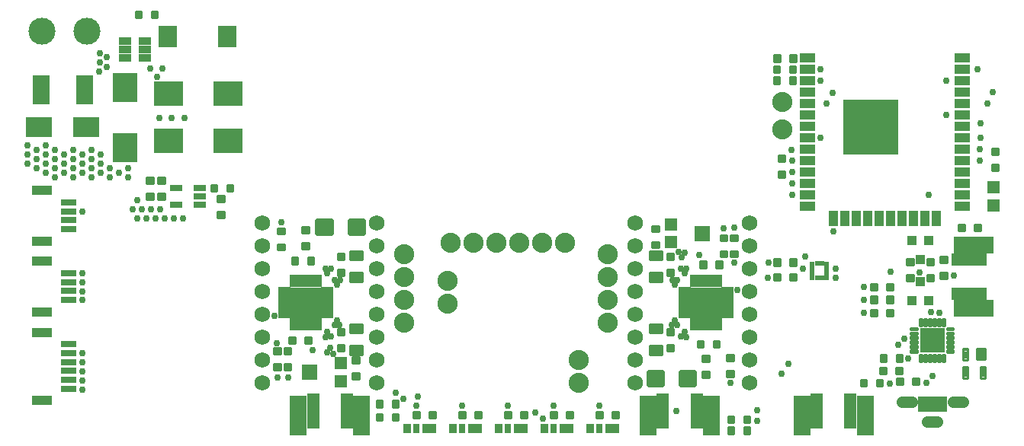
<source format=gbr>
G04 EAGLE Gerber RS-274X export*
G75*
%MOMM*%
%FSLAX34Y34*%
%LPD*%
%INSoldermask Top*%
%IPPOS*%
%AMOC8*
5,1,8,0,0,1.08239X$1,22.5*%
G01*
G04 Define Apertures*
%ADD10C,2.235200*%
%ADD11R,2.753200X3.203200*%
%ADD12R,3.203200X2.753200*%
%ADD13R,1.403200X0.903200*%
%ADD14R,2.003200X2.403200*%
%ADD15C,0.343072*%
%ADD16R,2.703200X2.703200*%
%ADD17R,1.703200X1.103200*%
%ADD18R,1.103200X1.703200*%
%ADD19R,6.203200X6.203200*%
%ADD20R,1.403200X0.753200*%
%ADD21R,1.933200X3.253200*%
%ADD22R,2.903200X2.203200*%
%ADD23C,3.003200*%
%ADD24C,0.343216*%
%ADD25R,0.503200X1.353200*%
%ADD26R,1.353200X0.503200*%
%ADD27R,3.353200X3.353200*%
%ADD28R,1.703200X1.803200*%
%ADD29R,1.403200X1.403200*%
%ADD30C,0.409087*%
%ADD31C,0.551925*%
%ADD32C,1.727200*%
%ADD33R,0.613200X0.483200*%
%ADD34R,0.483200X0.613200*%
%ADD35R,1.003200X1.103200*%
%ADD36R,0.603200X1.103200*%
%ADD37R,0.803200X1.103200*%
%ADD38R,0.953200X1.103200*%
%ADD39R,1.408200X3.963200*%
%ADD40R,1.913200X4.393200*%
%ADD41R,1.753200X0.803200*%
%ADD42R,2.303200X1.003200*%
%ADD43C,0.346025*%
%ADD44C,0.293481*%
%ADD45R,3.963200X1.408200*%
%ADD46R,4.393200X1.913200*%
%ADD47R,0.653200X1.703200*%
%ADD48C,1.303200*%
%ADD49C,0.756400*%
D10*
X78740Y-91240D03*
X78740Y-66240D03*
X-67310Y21390D03*
X-67310Y-3610D03*
D11*
X-425450Y236550D03*
X-425450Y169850D03*
D12*
X-310820Y229870D03*
X-377520Y229870D03*
X-310820Y177800D03*
X-377520Y177800D03*
D10*
X110331Y-24384D03*
X110331Y1016D03*
X110331Y26416D03*
X110331Y51816D03*
X-115411Y51816D03*
X-115411Y26416D03*
X-115411Y1016D03*
X-115411Y-24384D03*
D13*
X-425020Y288900D03*
X-425020Y279400D03*
X-425020Y269900D03*
X-403020Y269900D03*
X-403020Y279400D03*
X-403020Y288900D03*
D14*
X-377730Y293930D03*
X-311730Y293930D03*
D15*
X447869Y-31249D02*
X454471Y-31249D01*
X454471Y-32651D01*
X447869Y-32651D01*
X447869Y-31249D01*
X447869Y-36249D02*
X454471Y-36249D01*
X454471Y-37651D01*
X447869Y-37651D01*
X447869Y-36249D01*
X447869Y-41249D02*
X454471Y-41249D01*
X454471Y-42651D01*
X447869Y-42651D01*
X447869Y-41249D01*
X447869Y-46249D02*
X454471Y-46249D01*
X454471Y-47651D01*
X447869Y-47651D01*
X447869Y-46249D01*
X447869Y-51249D02*
X454471Y-51249D01*
X454471Y-52651D01*
X447869Y-52651D01*
X447869Y-51249D01*
X447869Y-56249D02*
X454471Y-56249D01*
X454471Y-57651D01*
X447869Y-57651D01*
X447869Y-56249D01*
X459371Y-61149D02*
X459371Y-67751D01*
X457969Y-67751D01*
X457969Y-61149D01*
X459371Y-61149D01*
X459371Y-64492D02*
X457969Y-64492D01*
X457969Y-61233D02*
X459371Y-61233D01*
X464371Y-61149D02*
X464371Y-67751D01*
X462969Y-67751D01*
X462969Y-61149D01*
X464371Y-61149D01*
X464371Y-64492D02*
X462969Y-64492D01*
X462969Y-61233D02*
X464371Y-61233D01*
X469371Y-61149D02*
X469371Y-67751D01*
X467969Y-67751D01*
X467969Y-61149D01*
X469371Y-61149D01*
X469371Y-64492D02*
X467969Y-64492D01*
X467969Y-61233D02*
X469371Y-61233D01*
X474371Y-61149D02*
X474371Y-67751D01*
X472969Y-67751D01*
X472969Y-61149D01*
X474371Y-61149D01*
X474371Y-64492D02*
X472969Y-64492D01*
X472969Y-61233D02*
X474371Y-61233D01*
X479371Y-61149D02*
X479371Y-67751D01*
X477969Y-67751D01*
X477969Y-61149D01*
X479371Y-61149D01*
X479371Y-64492D02*
X477969Y-64492D01*
X477969Y-61233D02*
X479371Y-61233D01*
X484371Y-61149D02*
X484371Y-67751D01*
X482969Y-67751D01*
X482969Y-61149D01*
X484371Y-61149D01*
X484371Y-64492D02*
X482969Y-64492D01*
X482969Y-61233D02*
X484371Y-61233D01*
X487869Y-57651D02*
X494471Y-57651D01*
X487869Y-57651D02*
X487869Y-56249D01*
X494471Y-56249D01*
X494471Y-57651D01*
X494471Y-52651D02*
X487869Y-52651D01*
X487869Y-51249D01*
X494471Y-51249D01*
X494471Y-52651D01*
X494471Y-47651D02*
X487869Y-47651D01*
X487869Y-46249D01*
X494471Y-46249D01*
X494471Y-47651D01*
X494471Y-42651D02*
X487869Y-42651D01*
X487869Y-41249D01*
X494471Y-41249D01*
X494471Y-42651D01*
X494471Y-37651D02*
X487869Y-37651D01*
X487869Y-36249D01*
X494471Y-36249D01*
X494471Y-37651D01*
X494471Y-32651D02*
X487869Y-32651D01*
X487869Y-31249D01*
X494471Y-31249D01*
X494471Y-32651D01*
X482969Y-27751D02*
X482969Y-21149D01*
X484371Y-21149D01*
X484371Y-27751D01*
X482969Y-27751D01*
X482969Y-24492D02*
X484371Y-24492D01*
X484371Y-21233D02*
X482969Y-21233D01*
X477969Y-21149D02*
X477969Y-27751D01*
X477969Y-21149D02*
X479371Y-21149D01*
X479371Y-27751D01*
X477969Y-27751D01*
X477969Y-24492D02*
X479371Y-24492D01*
X479371Y-21233D02*
X477969Y-21233D01*
X472969Y-21149D02*
X472969Y-27751D01*
X472969Y-21149D02*
X474371Y-21149D01*
X474371Y-27751D01*
X472969Y-27751D01*
X472969Y-24492D02*
X474371Y-24492D01*
X474371Y-21233D02*
X472969Y-21233D01*
X467969Y-21149D02*
X467969Y-27751D01*
X467969Y-21149D02*
X469371Y-21149D01*
X469371Y-27751D01*
X467969Y-27751D01*
X467969Y-24492D02*
X469371Y-24492D01*
X469371Y-21233D02*
X467969Y-21233D01*
X462969Y-21149D02*
X462969Y-27751D01*
X462969Y-21149D02*
X464371Y-21149D01*
X464371Y-27751D01*
X462969Y-27751D01*
X462969Y-24492D02*
X464371Y-24492D01*
X464371Y-21233D02*
X462969Y-21233D01*
X457969Y-21149D02*
X457969Y-27751D01*
X457969Y-21149D02*
X459371Y-21149D01*
X459371Y-27751D01*
X457969Y-27751D01*
X457969Y-24492D02*
X459371Y-24492D01*
X459371Y-21233D02*
X457969Y-21233D01*
D16*
X471170Y-44450D03*
D17*
X332010Y270118D03*
X332010Y257418D03*
X332010Y244718D03*
X332010Y232018D03*
X332010Y219318D03*
X332010Y206618D03*
X332010Y193918D03*
X332010Y181218D03*
X332010Y168518D03*
X332010Y155818D03*
X332010Y143118D03*
X332010Y130418D03*
X332010Y117718D03*
X332010Y105018D03*
D18*
X361010Y91118D03*
X373710Y91118D03*
X386410Y91118D03*
X399110Y91118D03*
X411810Y91118D03*
X424510Y91118D03*
X437210Y91118D03*
X449910Y91118D03*
X462610Y91118D03*
X475310Y91118D03*
D17*
X504010Y105018D03*
X504010Y117718D03*
X504010Y130418D03*
X504010Y143118D03*
X504010Y155818D03*
X504010Y168518D03*
X504010Y181218D03*
X504010Y193918D03*
X504010Y206618D03*
X504010Y219318D03*
X504010Y232018D03*
X504010Y244718D03*
X504010Y257418D03*
X504010Y270118D03*
D19*
X403010Y193018D03*
D20*
X-342599Y106070D03*
X-342599Y115570D03*
X-342599Y125070D03*
X-368601Y125070D03*
X-368601Y106070D03*
D21*
X-470076Y234596D03*
X-518376Y234596D03*
D22*
X-468346Y193178D03*
X-521146Y193178D03*
D23*
X-467760Y299744D03*
X-517760Y299744D03*
D24*
X-413010Y314325D02*
X-413010Y320675D01*
X-407410Y320675D01*
X-407410Y314325D01*
X-413010Y314325D01*
X-413010Y317585D02*
X-407410Y317585D01*
X-395230Y320675D02*
X-395230Y314325D01*
X-395230Y320675D02*
X-389630Y320675D01*
X-389630Y314325D01*
X-395230Y314325D01*
X-395230Y317585D02*
X-389630Y317585D01*
X437540Y-61341D02*
X437540Y-67691D01*
X431940Y-67691D01*
X431940Y-61341D01*
X437540Y-61341D01*
X437540Y-64431D02*
X431940Y-64431D01*
X419760Y-61341D02*
X419760Y-67691D01*
X414160Y-67691D01*
X414160Y-61341D01*
X419760Y-61341D01*
X419760Y-64431D02*
X414160Y-64431D01*
X-315595Y92450D02*
X-321945Y92450D01*
X-321945Y98050D01*
X-315595Y98050D01*
X-315595Y92450D01*
X-315595Y95710D02*
X-321945Y95710D01*
X-321945Y110230D02*
X-315595Y110230D01*
X-321945Y110230D02*
X-321945Y115830D01*
X-315595Y115830D01*
X-315595Y110230D01*
X-315595Y113490D02*
X-321945Y113490D01*
X-381635Y112770D02*
X-387985Y112770D01*
X-387985Y118370D01*
X-381635Y118370D01*
X-381635Y112770D01*
X-381635Y116030D02*
X-387985Y116030D01*
X-387985Y130550D02*
X-381635Y130550D01*
X-387985Y130550D02*
X-387985Y136150D01*
X-381635Y136150D01*
X-381635Y130550D01*
X-381635Y133810D02*
X-387985Y133810D01*
X-394335Y112770D02*
X-400685Y112770D01*
X-400685Y118370D01*
X-394335Y118370D01*
X-394335Y112770D01*
X-394335Y116030D02*
X-400685Y116030D01*
X-400685Y130550D02*
X-394335Y130550D01*
X-400685Y130550D02*
X-400685Y136150D01*
X-394335Y136150D01*
X-394335Y130550D01*
X-394335Y133810D02*
X-400685Y133810D01*
X-329190Y127635D02*
X-329190Y121285D01*
X-329190Y127635D02*
X-323590Y127635D01*
X-323590Y121285D01*
X-329190Y121285D01*
X-329190Y124545D02*
X-323590Y124545D01*
X-311410Y127635D02*
X-311410Y121285D01*
X-311410Y127635D02*
X-305810Y127635D01*
X-305810Y121285D01*
X-311410Y121285D01*
X-311410Y124545D02*
X-305810Y124545D01*
X-227965Y57286D02*
X-221615Y57286D01*
X-227965Y57286D02*
X-227965Y62886D01*
X-221615Y62886D01*
X-221615Y57286D01*
X-221615Y60546D02*
X-227965Y60546D01*
X-227965Y75066D02*
X-221615Y75066D01*
X-227965Y75066D02*
X-227965Y80666D01*
X-221615Y80666D01*
X-221615Y75066D01*
X-221615Y78326D02*
X-227965Y78326D01*
X-239528Y46863D02*
X-239528Y40513D01*
X-239528Y46863D02*
X-233928Y46863D01*
X-233928Y40513D01*
X-239528Y40513D01*
X-239528Y43773D02*
X-233928Y43773D01*
X-221748Y46863D02*
X-221748Y40513D01*
X-221748Y46863D02*
X-216148Y46863D01*
X-216148Y40513D01*
X-221748Y40513D01*
X-221748Y43773D02*
X-216148Y43773D01*
X-248604Y56382D02*
X-254954Y56382D01*
X-254954Y61982D01*
X-248604Y61982D01*
X-248604Y56382D01*
X-248604Y59642D02*
X-254954Y59642D01*
X-254954Y74162D02*
X-248604Y74162D01*
X-254954Y74162D02*
X-254954Y79762D01*
X-248604Y79762D01*
X-248604Y74162D01*
X-248604Y77422D02*
X-254954Y77422D01*
X-242322Y-41529D02*
X-242322Y-47879D01*
X-242322Y-41529D02*
X-236722Y-41529D01*
X-236722Y-47879D01*
X-242322Y-47879D01*
X-242322Y-44619D02*
X-236722Y-44619D01*
X-224542Y-41529D02*
X-224542Y-47879D01*
X-224542Y-41529D02*
X-218942Y-41529D01*
X-218942Y-47879D01*
X-224542Y-47879D01*
X-224542Y-44619D02*
X-218942Y-44619D01*
D25*
X-209790Y21460D03*
X-214790Y21460D03*
X-219790Y21460D03*
X-224790Y21460D03*
X-229790Y21460D03*
X-234790Y21460D03*
X-239790Y21460D03*
D26*
X-248790Y12460D03*
X-248790Y7460D03*
X-248790Y2460D03*
X-248790Y-2540D03*
X-248790Y-7540D03*
X-248790Y-12540D03*
X-248790Y-17540D03*
D25*
X-239790Y-26540D03*
X-234790Y-26540D03*
X-229790Y-26540D03*
X-224790Y-26540D03*
X-219790Y-26540D03*
X-214790Y-26540D03*
X-209790Y-26540D03*
D26*
X-200790Y-17540D03*
X-200790Y-12540D03*
X-200790Y-7540D03*
X-200790Y-2540D03*
X-200790Y2460D03*
X-200790Y7460D03*
X-200790Y12460D03*
D27*
X-224790Y-2540D03*
D28*
X-220708Y-79756D03*
D29*
X-185708Y-69756D03*
X-185708Y-89756D03*
D24*
X-172085Y-64002D02*
X-165735Y-64002D01*
X-165735Y-69602D01*
X-172085Y-69602D01*
X-172085Y-64002D01*
X-172085Y-66342D02*
X-165735Y-66342D01*
X-165735Y-81782D02*
X-172085Y-81782D01*
X-165735Y-81782D02*
X-165735Y-87382D01*
X-172085Y-87382D01*
X-172085Y-81782D01*
X-172085Y-84122D02*
X-165735Y-84122D01*
X-253111Y-53842D02*
X-259461Y-53842D01*
X-253111Y-53842D02*
X-253111Y-59442D01*
X-259461Y-59442D01*
X-259461Y-53842D01*
X-259461Y-56182D02*
X-253111Y-56182D01*
X-253111Y-71622D02*
X-259461Y-71622D01*
X-253111Y-71622D02*
X-253111Y-77222D01*
X-259461Y-77222D01*
X-259461Y-71622D01*
X-259461Y-73962D02*
X-253111Y-73962D01*
X-247777Y-53842D02*
X-241427Y-53842D01*
X-241427Y-59442D01*
X-247777Y-59442D01*
X-247777Y-53842D01*
X-247777Y-56182D02*
X-241427Y-56182D01*
X-241427Y-71622D02*
X-247777Y-71622D01*
X-241427Y-71622D02*
X-241427Y-77222D01*
X-247777Y-77222D01*
X-247777Y-71622D01*
X-247777Y-73962D02*
X-241427Y-73962D01*
D30*
X-174881Y-35151D02*
X-162939Y-35151D01*
X-174881Y-35151D02*
X-174881Y-27209D01*
X-162939Y-27209D01*
X-162939Y-35151D01*
X-162939Y-31265D02*
X-174881Y-31265D01*
X-174881Y-27379D02*
X-162939Y-27379D01*
X-162939Y-59151D02*
X-174881Y-59151D01*
X-174881Y-51209D01*
X-162939Y-51209D01*
X-162939Y-59151D01*
X-162939Y-55265D02*
X-174881Y-55265D01*
X-174881Y-51379D02*
X-162939Y-51379D01*
X-162939Y30071D02*
X-174881Y30071D01*
X-162939Y30071D02*
X-162939Y22129D01*
X-174881Y22129D01*
X-174881Y30071D01*
X-174881Y26015D02*
X-162939Y26015D01*
X-162939Y29901D02*
X-174881Y29901D01*
X-174881Y54071D02*
X-162939Y54071D01*
X-162939Y46129D01*
X-174881Y46129D01*
X-174881Y54071D01*
X-174881Y50015D02*
X-162939Y50015D01*
X-162939Y53901D02*
X-174881Y53901D01*
D31*
X-161179Y74777D02*
X-161179Y88291D01*
X-161179Y74777D02*
X-175693Y74777D01*
X-175693Y88291D01*
X-161179Y88291D01*
X-161179Y80020D02*
X-175693Y80020D01*
X-175693Y85263D02*
X-161179Y85263D01*
X-197179Y88291D02*
X-197179Y74777D01*
X-211693Y74777D01*
X-211693Y88291D01*
X-197179Y88291D01*
X-197179Y80020D02*
X-211693Y80020D01*
X-211693Y85263D02*
X-197179Y85263D01*
D24*
X-188595Y-32760D02*
X-182245Y-32760D01*
X-182245Y-38360D01*
X-188595Y-38360D01*
X-188595Y-32760D01*
X-188595Y-35100D02*
X-182245Y-35100D01*
X-182245Y-50540D02*
X-188595Y-50540D01*
X-182245Y-50540D02*
X-182245Y-56140D01*
X-188595Y-56140D01*
X-188595Y-50540D01*
X-188595Y-52880D02*
X-182245Y-52880D01*
X-182245Y27680D02*
X-188595Y27680D01*
X-188595Y33280D01*
X-182245Y33280D01*
X-182245Y27680D01*
X-182245Y30940D02*
X-188595Y30940D01*
X-188595Y45460D02*
X-182245Y45460D01*
X-188595Y45460D02*
X-188595Y51060D01*
X-182245Y51060D01*
X-182245Y45460D01*
X-182245Y48720D02*
X-188595Y48720D01*
D32*
X-273050Y86360D03*
X-273050Y60960D03*
X-273050Y35560D03*
X-273050Y10160D03*
X-273050Y-15240D03*
X-273050Y-40640D03*
X-273050Y-66040D03*
X-273050Y-91440D03*
X-146050Y-91440D03*
X-146050Y-66040D03*
X-146050Y-40640D03*
X-146050Y-15240D03*
X-146050Y10160D03*
X-146050Y35560D03*
X-146050Y60960D03*
X-146050Y86360D03*
D24*
X216535Y-62366D02*
X222885Y-62366D01*
X222885Y-67966D01*
X216535Y-67966D01*
X216535Y-62366D01*
X216535Y-64706D02*
X222885Y-64706D01*
X222885Y-80146D02*
X216535Y-80146D01*
X222885Y-80146D02*
X222885Y-85746D01*
X216535Y-85746D01*
X216535Y-80146D01*
X216535Y-82486D02*
X222885Y-82486D01*
X234448Y-51943D02*
X234448Y-45593D01*
X234448Y-51943D02*
X228848Y-51943D01*
X228848Y-45593D01*
X234448Y-45593D01*
X234448Y-48683D02*
X228848Y-48683D01*
X216668Y-45593D02*
X216668Y-51943D01*
X211068Y-51943D01*
X211068Y-45593D01*
X216668Y-45593D01*
X216668Y-48683D02*
X211068Y-48683D01*
X243524Y-61462D02*
X249874Y-61462D01*
X249874Y-67062D01*
X243524Y-67062D01*
X243524Y-61462D01*
X243524Y-63802D02*
X249874Y-63802D01*
X249874Y-79242D02*
X243524Y-79242D01*
X249874Y-79242D02*
X249874Y-84842D01*
X243524Y-84842D01*
X243524Y-79242D01*
X243524Y-81582D02*
X249874Y-81582D01*
X237242Y36449D02*
X237242Y42799D01*
X237242Y36449D02*
X231642Y36449D01*
X231642Y42799D01*
X237242Y42799D01*
X237242Y39709D02*
X231642Y39709D01*
X219462Y42799D02*
X219462Y36449D01*
X213862Y36449D01*
X213862Y42799D01*
X219462Y42799D01*
X219462Y39709D02*
X213862Y39709D01*
D25*
X204710Y-26540D03*
X209710Y-26540D03*
X214710Y-26540D03*
X219710Y-26540D03*
X224710Y-26540D03*
X229710Y-26540D03*
X234710Y-26540D03*
D26*
X243710Y-17540D03*
X243710Y-12540D03*
X243710Y-7540D03*
X243710Y-2540D03*
X243710Y2460D03*
X243710Y7460D03*
X243710Y12460D03*
D25*
X234710Y21460D03*
X229710Y21460D03*
X224710Y21460D03*
X219710Y21460D03*
X214710Y21460D03*
X209710Y21460D03*
X204710Y21460D03*
D26*
X195710Y12460D03*
X195710Y7460D03*
X195710Y2460D03*
X195710Y-2540D03*
X195710Y-7540D03*
X195710Y-12540D03*
X195710Y-17540D03*
D27*
X219710Y-2540D03*
D28*
X215628Y74676D03*
D29*
X180628Y64676D03*
X180628Y84676D03*
D24*
X167005Y58922D02*
X160655Y58922D01*
X160655Y64522D01*
X167005Y64522D01*
X167005Y58922D01*
X167005Y62182D02*
X160655Y62182D01*
X160655Y76702D02*
X167005Y76702D01*
X160655Y76702D02*
X160655Y82302D01*
X167005Y82302D01*
X167005Y76702D01*
X167005Y79962D02*
X160655Y79962D01*
X248031Y48762D02*
X254381Y48762D01*
X248031Y48762D02*
X248031Y54362D01*
X254381Y54362D01*
X254381Y48762D01*
X254381Y52022D02*
X248031Y52022D01*
X248031Y66542D02*
X254381Y66542D01*
X248031Y66542D02*
X248031Y72142D01*
X254381Y72142D01*
X254381Y66542D01*
X254381Y69802D02*
X248031Y69802D01*
X242697Y48762D02*
X236347Y48762D01*
X236347Y54362D01*
X242697Y54362D01*
X242697Y48762D01*
X242697Y52022D02*
X236347Y52022D01*
X236347Y66542D02*
X242697Y66542D01*
X236347Y66542D02*
X236347Y72142D01*
X242697Y72142D01*
X242697Y66542D01*
X242697Y69802D02*
X236347Y69802D01*
D30*
X169801Y30071D02*
X157859Y30071D01*
X169801Y30071D02*
X169801Y22129D01*
X157859Y22129D01*
X157859Y30071D01*
X157859Y26015D02*
X169801Y26015D01*
X169801Y29901D02*
X157859Y29901D01*
X157859Y54071D02*
X169801Y54071D01*
X169801Y46129D01*
X157859Y46129D01*
X157859Y54071D01*
X157859Y50015D02*
X169801Y50015D01*
X169801Y53901D02*
X157859Y53901D01*
X157859Y-35151D02*
X169801Y-35151D01*
X157859Y-35151D02*
X157859Y-27209D01*
X169801Y-27209D01*
X169801Y-35151D01*
X169801Y-31265D02*
X157859Y-31265D01*
X157859Y-27379D02*
X169801Y-27379D01*
X169801Y-59151D02*
X157859Y-59151D01*
X157859Y-51209D01*
X169801Y-51209D01*
X169801Y-59151D01*
X169801Y-55265D02*
X157859Y-55265D01*
X157859Y-51379D02*
X169801Y-51379D01*
D31*
X156099Y-79857D02*
X156099Y-93371D01*
X156099Y-79857D02*
X170613Y-79857D01*
X170613Y-93371D01*
X156099Y-93371D01*
X156099Y-88128D02*
X170613Y-88128D01*
X170613Y-82885D02*
X156099Y-82885D01*
X192099Y-79857D02*
X192099Y-93371D01*
X192099Y-79857D02*
X206613Y-79857D01*
X206613Y-93371D01*
X192099Y-93371D01*
X192099Y-88128D02*
X206613Y-88128D01*
X206613Y-82885D02*
X192099Y-82885D01*
D24*
X183515Y27680D02*
X177165Y27680D01*
X177165Y33280D01*
X183515Y33280D01*
X183515Y27680D01*
X183515Y30940D02*
X177165Y30940D01*
X177165Y45460D02*
X183515Y45460D01*
X177165Y45460D02*
X177165Y51060D01*
X183515Y51060D01*
X183515Y45460D01*
X183515Y48720D02*
X177165Y48720D01*
X177165Y-32760D02*
X183515Y-32760D01*
X183515Y-38360D01*
X177165Y-38360D01*
X177165Y-32760D01*
X177165Y-35100D02*
X183515Y-35100D01*
X183515Y-50540D02*
X177165Y-50540D01*
X183515Y-50540D02*
X183515Y-56140D01*
X177165Y-56140D01*
X177165Y-50540D01*
X177165Y-52880D02*
X183515Y-52880D01*
D32*
X267970Y-91440D03*
X267970Y-66040D03*
X267970Y-40640D03*
X267970Y-15240D03*
X267970Y10160D03*
X267970Y35560D03*
X267970Y60960D03*
X267970Y86360D03*
X140970Y86360D03*
X140970Y60960D03*
X140970Y35560D03*
X140970Y10160D03*
X140970Y-15240D03*
X140970Y-40640D03*
X140970Y-66040D03*
X140970Y-91440D03*
D33*
X337544Y40520D03*
X337544Y35520D03*
X337544Y30520D03*
X337544Y25520D03*
D34*
X343194Y24870D03*
X348194Y24870D03*
D33*
X353844Y25520D03*
X353844Y30520D03*
X353844Y35520D03*
X353844Y40520D03*
D34*
X348194Y41170D03*
X343194Y41170D03*
D24*
X319284Y28575D02*
X319284Y22225D01*
X313684Y22225D01*
X313684Y28575D01*
X319284Y28575D01*
X319284Y25485D02*
X313684Y25485D01*
X301504Y28575D02*
X301504Y22225D01*
X295904Y22225D01*
X295904Y28575D01*
X301504Y28575D01*
X301504Y25485D02*
X295904Y25485D01*
X295904Y38735D02*
X295904Y45085D01*
X301504Y45085D01*
X301504Y38735D01*
X295904Y38735D01*
X295904Y41995D02*
X301504Y41995D01*
X313684Y45085D02*
X313684Y38735D01*
X313684Y45085D02*
X319284Y45085D01*
X319284Y38735D01*
X313684Y38735D01*
X313684Y41995D02*
X319284Y41995D01*
D35*
X-84735Y-142740D03*
D36*
X-93051Y-142740D03*
D37*
X-101890Y-142740D03*
D38*
X-111727Y-142740D03*
D35*
X-33935Y-142740D03*
D36*
X-42251Y-142740D03*
D37*
X-51090Y-142740D03*
D38*
X-60927Y-142740D03*
D35*
X16865Y-142740D03*
D36*
X8549Y-142740D03*
D37*
X-290Y-142740D03*
D38*
X-10127Y-142740D03*
D35*
X67665Y-142740D03*
D36*
X59349Y-142740D03*
D37*
X50510Y-142740D03*
D38*
X40673Y-142740D03*
D35*
X118465Y-142740D03*
D36*
X110149Y-142740D03*
D37*
X101310Y-142740D03*
D38*
X91473Y-142740D03*
D24*
X-104400Y-130810D02*
X-104400Y-124460D01*
X-98800Y-124460D01*
X-98800Y-130810D01*
X-104400Y-130810D01*
X-104400Y-127550D02*
X-98800Y-127550D01*
X-86620Y-124460D02*
X-86620Y-130810D01*
X-86620Y-124460D02*
X-81020Y-124460D01*
X-81020Y-130810D01*
X-86620Y-130810D01*
X-86620Y-127550D02*
X-81020Y-127550D01*
X-53600Y-124460D02*
X-53600Y-130810D01*
X-53600Y-124460D02*
X-48000Y-124460D01*
X-48000Y-130810D01*
X-53600Y-130810D01*
X-53600Y-127550D02*
X-48000Y-127550D01*
X-35820Y-124460D02*
X-35820Y-130810D01*
X-35820Y-124460D02*
X-30220Y-124460D01*
X-30220Y-130810D01*
X-35820Y-130810D01*
X-35820Y-127550D02*
X-30220Y-127550D01*
X-2800Y-124460D02*
X-2800Y-130810D01*
X-2800Y-124460D02*
X2800Y-124460D01*
X2800Y-130810D01*
X-2800Y-130810D01*
X-2800Y-127550D02*
X2800Y-127550D01*
X14980Y-124460D02*
X14980Y-130810D01*
X14980Y-124460D02*
X20580Y-124460D01*
X20580Y-130810D01*
X14980Y-130810D01*
X14980Y-127550D02*
X20580Y-127550D01*
X48000Y-124460D02*
X48000Y-130810D01*
X48000Y-124460D02*
X53600Y-124460D01*
X53600Y-130810D01*
X48000Y-130810D01*
X48000Y-127550D02*
X53600Y-127550D01*
X65780Y-124460D02*
X65780Y-130810D01*
X65780Y-124460D02*
X71380Y-124460D01*
X71380Y-130810D01*
X65780Y-130810D01*
X65780Y-127550D02*
X71380Y-127550D01*
X98800Y-124460D02*
X98800Y-130810D01*
X98800Y-124460D02*
X104400Y-124460D01*
X104400Y-130810D01*
X98800Y-130810D01*
X98800Y-127550D02*
X104400Y-127550D01*
X116580Y-124460D02*
X116580Y-130810D01*
X116580Y-124460D02*
X122180Y-124460D01*
X122180Y-130810D01*
X116580Y-130810D01*
X116580Y-127550D02*
X122180Y-127550D01*
D10*
X63500Y64480D03*
X38100Y64480D03*
X12700Y64480D03*
X-12700Y64480D03*
X-38100Y64480D03*
X-63500Y64480D03*
D39*
X380167Y-122696D03*
X342717Y-122696D03*
D40*
X326192Y-128146D03*
X396692Y-128146D03*
D39*
X209225Y-122696D03*
X171775Y-122696D03*
D40*
X155250Y-128146D03*
X225750Y-128146D03*
D39*
X-179197Y-122696D03*
X-216647Y-122696D03*
D40*
X-233172Y-128146D03*
X-162672Y-128146D03*
D24*
X392170Y-95377D02*
X392170Y-89027D01*
X397770Y-89027D01*
X397770Y-95377D01*
X392170Y-95377D01*
X392170Y-92117D02*
X397770Y-92117D01*
X409950Y-89027D02*
X409950Y-95377D01*
X409950Y-89027D02*
X415550Y-89027D01*
X415550Y-95377D01*
X409950Y-95377D01*
X409950Y-92117D02*
X415550Y-92117D01*
X244850Y-141859D02*
X244850Y-148209D01*
X244850Y-141859D02*
X250450Y-141859D01*
X250450Y-148209D01*
X244850Y-148209D01*
X244850Y-144949D02*
X250450Y-144949D01*
X262630Y-141859D02*
X262630Y-148209D01*
X262630Y-141859D02*
X268230Y-141859D01*
X268230Y-148209D01*
X262630Y-148209D01*
X262630Y-144949D02*
X268230Y-144949D01*
X-145548Y-133223D02*
X-145548Y-126873D01*
X-139948Y-126873D01*
X-139948Y-133223D01*
X-145548Y-133223D01*
X-145548Y-129963D02*
X-139948Y-129963D01*
X-127768Y-126873D02*
X-127768Y-133223D01*
X-127768Y-126873D02*
X-122168Y-126873D01*
X-122168Y-133223D01*
X-127768Y-133223D01*
X-127768Y-129963D02*
X-122168Y-129963D01*
X244850Y-129413D02*
X244850Y-135763D01*
X244850Y-129413D02*
X250450Y-129413D01*
X250450Y-135763D01*
X244850Y-135763D01*
X244850Y-132503D02*
X250450Y-132503D01*
X262630Y-129413D02*
X262630Y-135763D01*
X262630Y-129413D02*
X268230Y-129413D01*
X268230Y-135763D01*
X262630Y-135763D01*
X262630Y-132503D02*
X268230Y-132503D01*
X-145548Y-118491D02*
X-145548Y-112141D01*
X-139948Y-112141D01*
X-139948Y-118491D01*
X-145548Y-118491D01*
X-145548Y-115231D02*
X-139948Y-115231D01*
X-127768Y-112141D02*
X-127768Y-118491D01*
X-127768Y-112141D02*
X-122168Y-112141D01*
X-122168Y-118491D01*
X-127768Y-118491D01*
X-127768Y-115231D02*
X-122168Y-115231D01*
D41*
X-487680Y494D03*
X-487680Y10494D03*
X-487680Y20494D03*
D42*
X-517680Y-12506D03*
X-517680Y43494D03*
D41*
X-487680Y30494D03*
X-487680Y79234D03*
X-487680Y89234D03*
X-487680Y99234D03*
D42*
X-517680Y66234D03*
X-517680Y122234D03*
D41*
X-487680Y109234D03*
X-487680Y-98406D03*
X-487680Y-88406D03*
X-487680Y-78406D03*
X-487680Y-68406D03*
X-487680Y-58406D03*
X-487680Y-48406D03*
D42*
X-517680Y-111406D03*
X-517680Y-35406D03*
D24*
X300863Y137154D02*
X307213Y137154D01*
X300863Y137154D02*
X300863Y142754D01*
X307213Y142754D01*
X307213Y137154D01*
X307213Y140414D02*
X300863Y140414D01*
X300863Y154934D02*
X307213Y154934D01*
X300863Y154934D02*
X300863Y160534D01*
X307213Y160534D01*
X307213Y154934D01*
X307213Y158194D02*
X300863Y158194D01*
D10*
X304800Y190500D03*
X304800Y220980D03*
D24*
X432666Y-87159D02*
X432666Y-93509D01*
X432666Y-87159D02*
X438266Y-87159D01*
X438266Y-93509D01*
X432666Y-93509D01*
X432666Y-90249D02*
X438266Y-90249D01*
X450446Y-87159D02*
X450446Y-93509D01*
X450446Y-87159D02*
X456046Y-87159D01*
X456046Y-93509D01*
X450446Y-93509D01*
X450446Y-90249D02*
X456046Y-90249D01*
X414046Y-81781D02*
X414046Y-75431D01*
X419646Y-75431D01*
X419646Y-81781D01*
X414046Y-81781D01*
X414046Y-78521D02*
X419646Y-78521D01*
X431826Y-75431D02*
X431826Y-81781D01*
X431826Y-75431D02*
X437426Y-75431D01*
X437426Y-81781D01*
X431826Y-81781D01*
X431826Y-78521D02*
X437426Y-78521D01*
D43*
X520756Y-54026D02*
X529228Y-54026D01*
X529228Y-65598D01*
X520756Y-65598D01*
X520756Y-54026D01*
X520756Y-62311D02*
X529228Y-62311D01*
X529228Y-59024D02*
X520756Y-59024D01*
X520756Y-55737D02*
X529228Y-55737D01*
D44*
X510291Y-53763D02*
X505293Y-53763D01*
X510291Y-53763D02*
X510291Y-65861D01*
X505293Y-65861D01*
X505293Y-53763D01*
X505293Y-63073D02*
X510291Y-63073D01*
X510291Y-60285D02*
X505293Y-60285D01*
X505293Y-57497D02*
X510291Y-57497D01*
X510291Y-54709D02*
X505293Y-54709D01*
X505293Y-74263D02*
X510291Y-74263D01*
X510291Y-86361D01*
X505293Y-86361D01*
X505293Y-74263D01*
X505293Y-83573D02*
X510291Y-83573D01*
X510291Y-80785D02*
X505293Y-80785D01*
X505293Y-77997D02*
X510291Y-77997D01*
X510291Y-75209D02*
X505293Y-75209D01*
X524493Y-74263D02*
X529491Y-74263D01*
X529491Y-86361D01*
X524493Y-86361D01*
X524493Y-74263D01*
X524493Y-83573D02*
X529491Y-83573D01*
X529491Y-80785D02*
X524493Y-80785D01*
X524493Y-77997D02*
X529491Y-77997D01*
X529491Y-75209D02*
X524493Y-75209D01*
D45*
X511570Y45141D03*
X511570Y7691D03*
D46*
X517020Y-8834D03*
X517020Y61666D03*
D24*
X487045Y48012D02*
X480695Y48012D01*
X487045Y48012D02*
X487045Y42412D01*
X480695Y42412D01*
X480695Y48012D01*
X480695Y45672D02*
X487045Y45672D01*
X487045Y30232D02*
X480695Y30232D01*
X487045Y30232D02*
X487045Y24632D01*
X480695Y24632D01*
X480695Y30232D01*
X480695Y27892D02*
X487045Y27892D01*
X537845Y144520D02*
X544195Y144520D01*
X537845Y144520D02*
X537845Y150120D01*
X544195Y150120D01*
X544195Y144520D01*
X544195Y147780D02*
X537845Y147780D01*
X537845Y162300D02*
X544195Y162300D01*
X537845Y162300D02*
X537845Y167900D01*
X544195Y167900D01*
X544195Y162300D01*
X544195Y165560D02*
X537845Y165560D01*
D29*
X538568Y105324D03*
X538568Y126324D03*
D35*
X457835Y21160D03*
X467335Y160D03*
X448335Y160D03*
X457835Y45388D03*
X448335Y66388D03*
X467335Y66388D03*
D24*
X449707Y45345D02*
X443357Y45345D01*
X449707Y45345D02*
X449707Y39745D01*
X443357Y39745D01*
X443357Y45345D01*
X443357Y43005D02*
X449707Y43005D01*
X449707Y27565D02*
X443357Y27565D01*
X449707Y27565D02*
X449707Y21965D01*
X443357Y21965D01*
X443357Y27565D01*
X443357Y25225D02*
X449707Y25225D01*
X465963Y21965D02*
X472313Y21965D01*
X465963Y21965D02*
X465963Y27565D01*
X472313Y27565D01*
X472313Y21965D01*
X472313Y25225D02*
X465963Y25225D01*
X465963Y39745D02*
X472313Y39745D01*
X465963Y39745D02*
X465963Y45345D01*
X472313Y45345D01*
X472313Y39745D01*
X472313Y43005D02*
X465963Y43005D01*
X501136Y77597D02*
X501136Y83947D01*
X506736Y83947D01*
X506736Y77597D01*
X501136Y77597D01*
X501136Y80857D02*
X506736Y80857D01*
X518916Y83947D02*
X518916Y77597D01*
X518916Y83947D02*
X524516Y83947D01*
X524516Y77597D01*
X518916Y77597D01*
X518916Y80857D02*
X524516Y80857D01*
X427234Y-11049D02*
X427234Y-17399D01*
X421634Y-17399D01*
X421634Y-11049D01*
X427234Y-11049D01*
X427234Y-14139D02*
X421634Y-14139D01*
X409454Y-11049D02*
X409454Y-17399D01*
X403854Y-17399D01*
X403854Y-11049D01*
X409454Y-11049D01*
X409454Y-14139D02*
X403854Y-14139D01*
X427234Y-2413D02*
X427234Y3937D01*
X427234Y-2413D02*
X421634Y-2413D01*
X421634Y3937D01*
X427234Y3937D01*
X427234Y847D02*
X421634Y847D01*
X409454Y3937D02*
X409454Y-2413D01*
X403854Y-2413D01*
X403854Y3937D01*
X409454Y3937D01*
X409454Y847D02*
X403854Y847D01*
X427234Y11557D02*
X427234Y17907D01*
X427234Y11557D02*
X421634Y11557D01*
X421634Y17907D01*
X427234Y17907D01*
X427234Y14817D02*
X421634Y14817D01*
X409454Y17907D02*
X409454Y11557D01*
X403854Y11557D01*
X403854Y17907D01*
X409454Y17907D01*
X409454Y14817D02*
X403854Y14817D01*
X319030Y241427D02*
X319030Y247777D01*
X319030Y241427D02*
X313430Y241427D01*
X313430Y247777D01*
X319030Y247777D01*
X319030Y244687D02*
X313430Y244687D01*
X301250Y247777D02*
X301250Y241427D01*
X295650Y241427D01*
X295650Y247777D01*
X301250Y247777D01*
X301250Y244687D02*
X295650Y244687D01*
X319030Y253619D02*
X319030Y259969D01*
X319030Y253619D02*
X313430Y253619D01*
X313430Y259969D01*
X319030Y259969D01*
X319030Y256879D02*
X313430Y256879D01*
X301250Y259969D02*
X301250Y253619D01*
X295650Y253619D01*
X295650Y259969D01*
X301250Y259969D01*
X301250Y256879D02*
X295650Y256879D01*
X319284Y265811D02*
X319284Y272161D01*
X319284Y265811D02*
X313684Y265811D01*
X313684Y272161D01*
X319284Y272161D01*
X319284Y269071D02*
X313684Y269071D01*
X301504Y272161D02*
X301504Y265811D01*
X295904Y265811D01*
X295904Y272161D01*
X301504Y272161D01*
X301504Y269071D02*
X295904Y269071D01*
D47*
X458170Y-115530D03*
X464670Y-115530D03*
X471170Y-115530D03*
X477670Y-115530D03*
X484170Y-115530D03*
D48*
X476670Y-134530D02*
X465670Y-134530D01*
X448670Y-113030D02*
X437670Y-113030D01*
X493670Y-113030D02*
X504670Y-113030D01*
D49*
X-224790Y-2540D03*
X-224790Y7620D03*
X-224790Y-12700D03*
X-214630Y-2540D03*
X-214630Y7620D03*
X-214630Y-12700D03*
X-234950Y-2540D03*
X-234950Y7620D03*
X-234950Y-12700D03*
X-256286Y-85852D03*
X-217170Y-55372D03*
X-201168Y-58166D03*
X-197612Y-53086D03*
X-251714Y86614D03*
X-194564Y-59182D03*
X219710Y-2540D03*
X219710Y-12700D03*
X219710Y7620D03*
X209550Y-2540D03*
X209550Y-12700D03*
X209550Y7620D03*
X229870Y-2540D03*
X229870Y-12700D03*
X229870Y7620D03*
X251206Y80772D03*
X212090Y50292D03*
X196088Y53086D03*
X192532Y48006D03*
X246634Y-91694D03*
X189484Y54102D03*
X-513080Y172720D03*
X-513080Y162560D03*
X-513080Y152400D03*
X-513080Y142240D03*
X-502920Y137160D03*
X-502920Y147320D03*
X-502920Y157480D03*
X-502920Y167640D03*
X-492760Y162560D03*
X-492760Y152400D03*
X-492760Y142240D03*
X-482600Y137160D03*
X-482600Y147320D03*
X-482600Y157480D03*
X-482600Y167640D03*
X-472440Y162560D03*
X-472440Y152400D03*
X-472440Y142240D03*
X-462280Y137160D03*
X-462280Y147320D03*
X-462280Y157480D03*
X-462280Y167640D03*
X-452120Y142240D03*
X-431800Y142240D03*
X-441960Y147320D03*
X-421640Y147320D03*
X-441960Y137160D03*
X-421640Y137160D03*
X-452120Y152400D03*
X-452120Y162560D03*
X387858Y213360D03*
X398018Y213360D03*
X408178Y213360D03*
X418338Y213360D03*
X413258Y203200D03*
X403098Y203200D03*
X392938Y203200D03*
X387858Y193040D03*
X398018Y193040D03*
X408178Y193040D03*
X418338Y193040D03*
X413258Y182880D03*
X403098Y182880D03*
X392938Y182880D03*
X387858Y172720D03*
X398018Y172720D03*
X408178Y172720D03*
X418338Y172720D03*
X423418Y182880D03*
X423418Y203200D03*
X382778Y203200D03*
X382778Y182880D03*
X-383540Y257810D03*
X-397510Y257810D03*
X-389890Y248920D03*
X-359410Y203200D03*
X-373380Y203200D03*
X-387350Y203200D03*
X276098Y-121920D03*
X-124460Y-102616D03*
X-472758Y30480D03*
X363474Y35560D03*
X-523240Y147320D03*
X-523240Y157480D03*
X-523240Y167640D03*
X-533400Y162560D03*
X-533400Y152400D03*
X-533400Y172720D03*
X186690Y-122682D03*
X361188Y76454D03*
X395224Y14986D03*
X395224Y762D03*
X395224Y-13970D03*
X-192786Y-27305D03*
X-187198Y-27305D03*
X-190246Y-22479D03*
X-190246Y17399D03*
X-186944Y22225D03*
X-192786Y22225D03*
X187706Y22225D03*
X182118Y22225D03*
X185166Y17399D03*
X185166Y-22479D03*
X181864Y-27305D03*
X187706Y-27305D03*
X-453652Y275366D03*
X-445398Y270620D03*
X-453652Y265096D03*
X-445398Y259334D03*
X-453780Y255016D03*
X197993Y-40640D03*
X195707Y-35052D03*
X191643Y-40132D03*
X-244602Y-85598D03*
X239522Y80518D03*
X-360680Y91440D03*
X-370840Y91440D03*
X-381000Y91440D03*
X-391160Y91440D03*
X-401320Y91440D03*
X-411480Y91440D03*
X-416560Y101600D03*
X-406400Y101600D03*
X-396240Y101600D03*
X-386080Y101600D03*
X-411480Y111760D03*
X423672Y-92238D03*
X-116332Y-109474D03*
X276606Y-134112D03*
X-101600Y-116840D03*
X-50800Y-116840D03*
X0Y-116840D03*
X50800Y-116840D03*
X101600Y-116840D03*
X-472758Y-58420D03*
X-472758Y20320D03*
X-472758Y99060D03*
X363474Y25400D03*
X346710Y257556D03*
X288861Y41847D03*
X288643Y25400D03*
X495046Y27432D03*
X444246Y-64516D03*
X524510Y197104D03*
X471170Y-84074D03*
X440218Y-42454D03*
X433070Y-49530D03*
X464592Y-91539D03*
X469138Y-13208D03*
X532130Y219202D03*
X478536Y-13462D03*
X538480Y231902D03*
X346710Y244348D03*
X456438Y31496D03*
X424942Y31750D03*
X329692Y48768D03*
X486410Y244348D03*
X-472758Y10160D03*
X30142Y-124460D03*
X326898Y35560D03*
X486410Y206502D03*
X-472504Y353D03*
X38354Y-131417D03*
X315020Y117856D03*
X315020Y130556D03*
X315020Y143256D03*
X-259846Y-16764D03*
X-256540Y-47244D03*
X-203073Y-40640D03*
X-200787Y-35052D03*
X-196723Y-40132D03*
X-203073Y35560D03*
X-200787Y29972D03*
X-196723Y35052D03*
X197993Y35560D03*
X195707Y29972D03*
X191643Y35052D03*
X254766Y11684D03*
X251460Y42164D03*
X466598Y117602D03*
X-100584Y-106680D03*
X-472758Y-78740D03*
X524002Y168402D03*
X-472758Y-99060D03*
X520954Y257048D03*
X-472758Y-88900D03*
X524256Y181102D03*
X311404Y-70612D03*
X360680Y231140D03*
X303800Y-81713D03*
X353568Y219202D03*
X315020Y155702D03*
X314960Y167640D03*
X-472758Y-68580D03*
X524002Y155702D03*
X346710Y181102D03*
M02*

</source>
